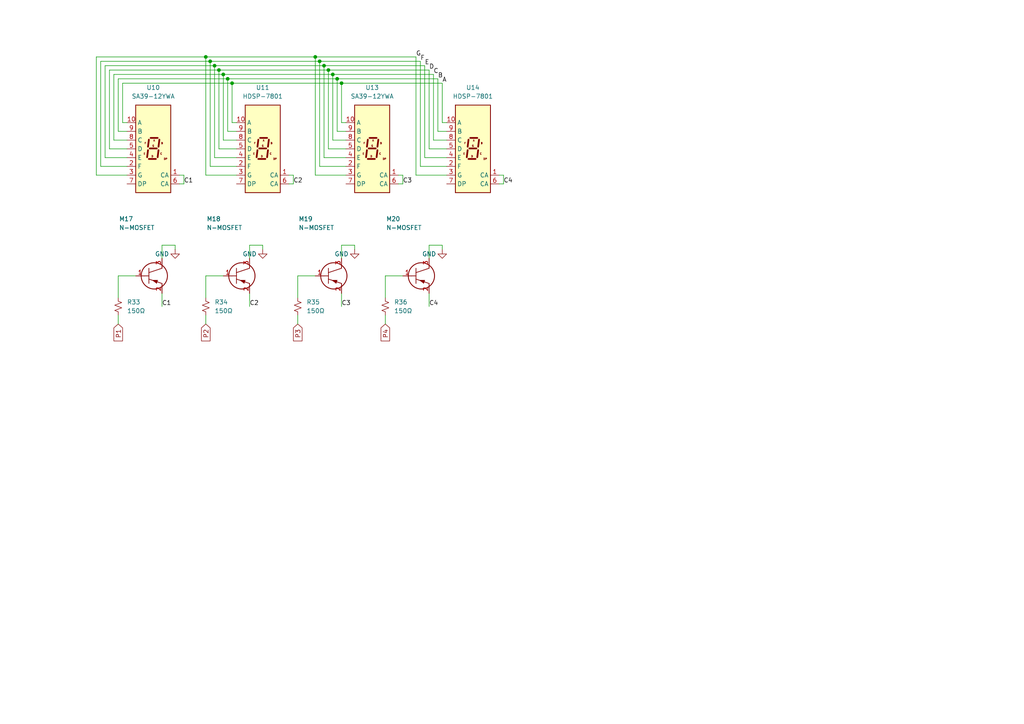
<source format=kicad_sch>
(kicad_sch (version 20231120) (generator "eeschema") (generator_version "8.0")
  (paper "A4")
  (lib_symbols
    (symbol "Device:R_Small_US" (pin_numbers hide) (pin_names (offset 0.254) hide)
      (property "Reference" "R" (at 0.762 0.508 0))
      (property "Value" "R_Small_US" (at 0.762 -1.016 0))
      (symbol "R_Small_US_1_1"
        (polyline (pts (xy 0 0) (xy 1.016 -0.381) (xy 0 -0.762) (xy -1.016 -1.143) (xy 0 -1.524)))
        (polyline (pts (xy 0 1.524) (xy 1.016 1.143) (xy 0 0.762) (xy -1.016 0.381) (xy 0 0)))
        (pin passive line (at 0 2.54 270) (length 1.016) (name "~") (number "1"))
        (pin passive line (at 0 -2.54 90) (length 1.016) (name "~") (number "2"))
      )
    )
    (symbol "Display_Character:HDSP-7801"
      (property "Reference" "U" (at -3.81 13.97 0))
      (property "Value" "HDSP-7801" (at 6.35 13.97 0))
      (symbol "HDSP-7801_1_0"
        (text "A" (at 0.254 2.413 0) (effects (font (size 0.508 0.508))))
        (text "B" (at 2.54 1.651 0) (effects (font (size 0.508 0.508))))
        (text "C" (at 2.286 -1.397 0) (effects (font (size 0.508 0.508))))
        (text "D" (at -0.254 -2.159 0) (effects (font (size 0.508 0.508))))
        (text "DP" (at 3.556 -2.921 0) (effects (font (size 0.508 0.508))))
        (text "E" (at -2.54 -1.397 0) (effects (font (size 0.508 0.508))))
        (text "F" (at -2.286 1.651 0) (effects (font (size 0.508 0.508))))
        (text "G" (at 0 0.889 0) (effects (font (size 0.508 0.508))))
      )
      (symbol "HDSP-7801_1_1"
        (rectangle (start -5.08 12.7) (end 5.08 -12.7) (stroke (width 0.254)) (fill (type background)))
        (polyline (pts (xy -1.524 -0.381) (xy -1.778 -2.413)) (stroke (width 0.508)))
        (polyline (pts (xy -1.27 -2.921) (xy 0.762 -2.921)) (stroke (width 0.508)))
        (polyline (pts (xy -1.27 2.667) (xy -1.524 0.635)) (stroke (width 0.508)))
        (polyline (pts (xy -1.016 0.127) (xy 1.016 0.127)) (stroke (width 0.508)))
        (polyline (pts (xy -0.762 3.175) (xy 1.27 3.175)) (stroke (width 0.508)))
        (polyline (pts (xy 1.524 -0.381) (xy 1.27 -2.413)) (stroke (width 0.508)))
        (polyline (pts (xy 1.778 2.667) (xy 1.524 0.635)) (stroke (width 0.508)))
        (polyline (pts (xy 2.54 -2.921) (xy 2.54 -2.921)) (stroke (width 0.508)))
        (pin input line (at 7.62 -7.62 180) (length 2.54) (name "CA") (number "1"))
        (pin input line (at -7.62 7.62 0) (length 2.54) (name "A") (number "10"))
        (pin input line (at -7.62 -5.08 0) (length 2.54) (name "F") (number "2"))
        (pin input line (at -7.62 -7.62 0) (length 2.54) (name "G") (number "3"))
        (pin input line (at -7.62 -2.54 0) (length 2.54) (name "E") (number "4"))
        (pin input line (at -7.62 0 0) (length 2.54) (name "D") (number "5"))
        (pin input line (at 7.62 -10.16 180) (length 2.54) (name "CA") (number "6"))
        (pin input line (at -7.62 -10.16 0) (length 2.54) (name "DP") (number "7"))
        (pin input line (at -7.62 2.54 0) (length 2.54) (name "C") (number "8"))
        (pin input line (at -7.62 5.08 0) (length 2.54) (name "B") (number "9"))
      )
    )
    (symbol "Display_Character:SA39-12YWA"
      (property "Reference" "U" (at -3.81 13.97 0))
      (property "Value" "SA39-12YWA" (at 6.35 13.97 0))
      (symbol "SA39-12YWA_1_0"
        (text "A" (at 0.254 2.413 0) (effects (font (size 0.508 0.508))))
        (text "B" (at 2.54 1.651 0) (effects (font (size 0.508 0.508))))
        (text "C" (at 2.286 -1.397 0) (effects (font (size 0.508 0.508))))
        (text "D" (at -0.254 -2.159 0) (effects (font (size 0.508 0.508))))
        (text "DP" (at 3.556 -2.921 0) (effects (font (size 0.508 0.508))))
        (text "E" (at -2.54 -1.397 0) (effects (font (size 0.508 0.508))))
        (text "F" (at -2.286 1.651 0) (effects (font (size 0.508 0.508))))
        (text "G" (at 0 0.889 0) (effects (font (size 0.508 0.508))))
      )
      (symbol "SA39-12YWA_1_1"
        (rectangle (start -5.08 12.7) (end 5.08 -12.7) (stroke (width 0.254)) (fill (type background)))
        (polyline (pts (xy -1.524 -0.381) (xy -1.778 -2.413)) (stroke (width 0.508)))
        (polyline (pts (xy -1.27 -2.921) (xy 0.762 -2.921)) (stroke (width 0.508)))
        (polyline (pts (xy -1.27 2.667) (xy -1.524 0.635)) (stroke (width 0.508)))
        (polyline (pts (xy -1.016 0.127) (xy 1.016 0.127)) (stroke (width 0.508)))
        (polyline (pts (xy -0.762 3.175) (xy 1.27 3.175)) (stroke (width 0.508)))
        (polyline (pts (xy 1.524 -0.381) (xy 1.27 -2.413)) (stroke (width 0.508)))
        (polyline (pts (xy 1.778 2.667) (xy 1.524 0.635)) (stroke (width 0.508)))
        (polyline (pts (xy 2.54 -2.921) (xy 2.54 -2.921)) (stroke (width 0.508)))
        (pin input line (at 7.62 -7.62 180) (length 2.54) (name "CA") (number "1"))
        (pin input line (at -7.62 7.62 0) (length 2.54) (name "A") (number "10"))
        (pin input line (at -7.62 -5.08 0) (length 2.54) (name "F") (number "2"))
        (pin input line (at -7.62 -7.62 0) (length 2.54) (name "G") (number "3"))
        (pin input line (at -7.62 -2.54 0) (length 2.54) (name "E") (number "4"))
        (pin input line (at -7.62 0 0) (length 2.54) (name "D") (number "5"))
        (pin input line (at 7.62 -10.16 180) (length 2.54) (name "CA") (number "6"))
        (pin input line (at -7.62 -10.16 0) (length 2.54) (name "DP") (number "7"))
        (pin input line (at -7.62 2.54 0) (length 2.54) (name "C") (number "8"))
        (pin input line (at -7.62 5.08 0) (length 2.54) (name "B") (number "9"))
      )
    )
    (symbol "pn2907a-smt:PMBT2907A_235" (pin_names (offset 0.254))
      (property "Reference" "Q" (at 10.16 2.54 0))
      (property "Value" "PMBT2907A_235" (at 21.336 -5.588 0))
      (symbol "PMBT2907A_235_0_1"
        (polyline (pts (xy 2.54 0) (xy 3.81 0)) (stroke (width 0.2032)))
        (polyline (pts (xy 3.81 -2.2098) (xy 3.81 2.2098)) (stroke (width 0.2032)))
        (polyline (pts (xy 3.81 -0.9398) (xy 7.62 -2.2098)) (stroke (width 0.2032)))
        (polyline (pts (xy 3.81 0.9398) (xy 7.62 2.2098)) (stroke (width 0.2032)))
        (polyline (pts (xy 7.62 -2.54) (xy 7.62 -2.2098)) (stroke (width 0.2032)))
        (polyline (pts (xy 7.62 2.2098) (xy 7.62 2.54)) (stroke (width 0.2032)))
        (polyline (pts (xy 6.0198 -2.2098) (xy 6.35 -1.27) (xy 4.7498 -1.27)) (fill (type outline)))
        (circle (center 5.3848 0) (radius 3.81) (stroke (width 0.254)))
        (pin unspecified line (at 0 0 0) (length 2.54) (name "") (number "1"))
        (pin unspecified line (at 7.62 -5.08 90) (length 2.54) (name "") (number "2"))
        (pin unspecified line (at 7.62 5.08 270) (length 2.54) (name "") (number "3"))
      )
    )
    (symbol "power:GND" (power) (pin_numbers hide) (pin_names (offset 0) hide)
      (property "Value" "GND" (at 0 -3.81 0))
      (symbol "GND_0_1"
        (polyline (pts (xy 0 0) (xy 0 -1.27) (xy 1.27 -1.27) (xy 0 -2.54) (xy -1.27 -1.27) (xy 0 -1.27)))
      )
      (symbol "GND_1_1"
        (pin power_in line (at 0 0 270) (length 0) (name "~") (number "1"))
      )
    )
  )
  (junction (at 63.5 20.32))
  (junction (at 62.23 19.05))
  (junction (at 64.77 21.59))
  (junction (at 92.71 17.78))
  (junction (at 93.98 19.05))
  (junction (at 97.79 22.86))
  (junction (at 99.06 24.13))
  (junction (at 59.69 16.51))
  (junction (at 91.44 16.51))
  (junction (at 66.04 22.86))
  (junction (at 67.31 24.13))
  (junction (at 96.52 21.59))
  (junction (at 95.25 20.32))
  (junction (at 60.96 17.78))
  (wire (pts (xy 68.58 48.26) (xy 60.96 48.26)))
  (wire (pts (xy 72.39 85.09) (xy 72.39 88.9)))
  (wire (pts (xy 52.07 50.8) (xy 53.34 50.8)))
  (wire (pts (xy 64.77 40.64) (xy 64.77 21.59)))
  (wire (pts (xy 100.33 48.26) (xy 92.71 48.26)))
  (wire (pts (xy 59.69 93.98) (xy 59.69 91.44)))
  (wire (pts (xy 99.06 24.13) (xy 128.27 24.13)))
  (wire (pts (xy 95.25 43.18) (xy 95.25 20.32)))
  (wire (pts (xy 102.87 71.12) (xy 99.06 71.12)))
  (wire (pts (xy 29.21 48.26) (xy 29.21 17.78)))
  (wire (pts (xy 35.56 35.56) (xy 35.56 24.13)))
  (wire (pts (xy 85.09 50.8) (xy 85.09 53.34)))
  (wire (pts (xy 30.48 45.72) (xy 30.48 19.05)))
  (wire (pts (xy 34.29 38.1) (xy 34.29 22.86)))
  (wire (pts (xy 116.84 53.34) (xy 115.57 53.34)))
  (wire (pts (xy 111.76 93.98) (xy 111.76 91.44)))
  (wire (pts (xy 33.02 21.59) (xy 64.77 21.59)))
  (wire (pts (xy 50.8 72.39) (xy 50.8 71.12)))
  (wire (pts (xy 86.36 93.98) (xy 86.36 91.44)))
  (wire (pts (xy 68.58 45.72) (xy 62.23 45.72)))
  (wire (pts (xy 30.48 19.05) (xy 62.23 19.05)))
  (wire (pts (xy 68.58 40.64) (xy 64.77 40.64)))
  (wire (pts (xy 123.19 45.72) (xy 129.54 45.72)))
  (wire (pts (xy 36.83 45.72) (xy 30.48 45.72)))
  (wire (pts (xy 34.29 22.86) (xy 66.04 22.86)))
  (wire (pts (xy 115.57 50.8) (xy 116.84 50.8)))
  (wire (pts (xy 91.44 16.51) (xy 120.65 16.51)))
  (wire (pts (xy 63.5 43.18) (xy 63.5 20.32)))
  (wire (pts (xy 35.56 24.13) (xy 67.31 24.13)))
  (wire (pts (xy 100.33 35.56) (xy 99.06 35.56)))
  (wire (pts (xy 72.39 71.12) (xy 76.2 71.12)))
  (wire (pts (xy 120.65 16.51) (xy 120.65 50.8)))
  (wire (pts (xy 27.94 16.51) (xy 59.69 16.51)))
  (wire (pts (xy 124.46 71.12) (xy 124.46 74.93)))
  (wire (pts (xy 36.83 35.56) (xy 35.56 35.56)))
  (wire (pts (xy 39.37 80.01) (xy 34.29 80.01)))
  (wire (pts (xy 50.8 71.12) (xy 46.99 71.12)))
  (wire (pts (xy 99.06 85.09) (xy 99.06 88.9)))
  (wire (pts (xy 83.82 50.8) (xy 85.09 50.8)))
  (wire (pts (xy 128.27 24.13) (xy 128.27 35.56)))
  (wire (pts (xy 93.98 19.05) (xy 93.98 45.72)))
  (wire (pts (xy 93.98 19.05) (xy 123.19 19.05)))
  (wire (pts (xy 97.79 22.86) (xy 127 22.86)))
  (wire (pts (xy 36.83 38.1) (xy 34.29 38.1)))
  (wire (pts (xy 144.78 50.8) (xy 146.05 50.8)))
  (wire (pts (xy 146.05 50.8) (xy 146.05 53.34)))
  (wire (pts (xy 60.96 48.26) (xy 60.96 17.78)))
  (wire (pts (xy 125.73 40.64) (xy 129.54 40.64)))
  (wire (pts (xy 96.52 21.59) (xy 125.73 21.59)))
  (wire (pts (xy 91.44 50.8) (xy 91.44 16.51)))
  (wire (pts (xy 46.99 71.12) (xy 46.99 74.93)))
  (wire (pts (xy 123.19 19.05) (xy 123.19 45.72)))
  (wire (pts (xy 100.33 45.72) (xy 93.98 45.72)))
  (wire (pts (xy 86.36 80.01) (xy 86.36 86.36)))
  (wire (pts (xy 128.27 71.12) (xy 124.46 71.12)))
  (wire (pts (xy 127 22.86) (xy 127 38.1)))
  (wire (pts (xy 33.02 40.64) (xy 33.02 21.59)))
  (wire (pts (xy 116.84 80.01) (xy 111.76 80.01)))
  (wire (pts (xy 46.99 85.09) (xy 46.99 88.9)))
  (wire (pts (xy 124.46 43.18) (xy 129.54 43.18)))
  (wire (pts (xy 62.23 19.05) (xy 62.23 45.72)))
  (wire (pts (xy 76.2 71.12) (xy 76.2 72.39)))
  (wire (pts (xy 36.83 43.18) (xy 31.75 43.18)))
  (wire (pts (xy 102.87 72.39) (xy 102.87 71.12)))
  (wire (pts (xy 67.31 24.13) (xy 67.31 35.56)))
  (wire (pts (xy 66.04 22.86) (xy 66.04 38.1)))
  (wire (pts (xy 64.77 80.01) (xy 59.69 80.01)))
  (wire (pts (xy 36.83 50.8) (xy 27.94 50.8)))
  (wire (pts (xy 85.09 53.34) (xy 83.82 53.34)))
  (wire (pts (xy 68.58 50.8) (xy 59.69 50.8)))
  (wire (pts (xy 62.23 19.05) (xy 93.98 19.05)))
  (wire (pts (xy 68.58 38.1) (xy 66.04 38.1)))
  (wire (pts (xy 121.92 48.26) (xy 129.54 48.26)))
  (wire (pts (xy 64.77 21.59) (xy 96.52 21.59)))
  (wire (pts (xy 97.79 22.86) (xy 97.79 38.1)))
  (wire (pts (xy 36.83 48.26) (xy 29.21 48.26)))
  (wire (pts (xy 100.33 50.8) (xy 91.44 50.8)))
  (wire (pts (xy 31.75 20.32) (xy 63.5 20.32)))
  (wire (pts (xy 68.58 43.18) (xy 63.5 43.18)))
  (wire (pts (xy 100.33 43.18) (xy 95.25 43.18)))
  (wire (pts (xy 59.69 80.01) (xy 59.69 86.36)))
  (wire (pts (xy 66.04 22.86) (xy 97.79 22.86)))
  (wire (pts (xy 121.92 17.78) (xy 121.92 48.26)))
  (wire (pts (xy 29.21 17.78) (xy 60.96 17.78)))
  (wire (pts (xy 100.33 40.64) (xy 96.52 40.64)))
  (wire (pts (xy 59.69 16.51) (xy 91.44 16.51)))
  (wire (pts (xy 95.25 20.32) (xy 124.46 20.32)))
  (wire (pts (xy 92.71 48.26) (xy 92.71 17.78)))
  (wire (pts (xy 120.65 50.8) (xy 129.54 50.8)))
  (wire (pts (xy 31.75 43.18) (xy 31.75 20.32)))
  (wire (pts (xy 91.44 80.01) (xy 86.36 80.01)))
  (wire (pts (xy 127 38.1) (xy 129.54 38.1)))
  (wire (pts (xy 36.83 40.64) (xy 33.02 40.64)))
  (wire (pts (xy 68.58 35.56) (xy 67.31 35.56)))
  (wire (pts (xy 34.29 80.01) (xy 34.29 86.36)))
  (wire (pts (xy 53.34 50.8) (xy 53.34 53.34)))
  (wire (pts (xy 53.34 53.34) (xy 52.07 53.34)))
  (wire (pts (xy 124.46 85.09) (xy 124.46 88.9)))
  (wire (pts (xy 96.52 40.64) (xy 96.52 21.59)))
  (wire (pts (xy 116.84 50.8) (xy 116.84 53.34)))
  (wire (pts (xy 67.31 24.13) (xy 99.06 24.13)))
  (wire (pts (xy 124.46 20.32) (xy 124.46 43.18)))
  (wire (pts (xy 146.05 53.34) (xy 144.78 53.34)))
  (wire (pts (xy 72.39 74.93) (xy 72.39 71.12)))
  (wire (pts (xy 128.27 35.56) (xy 129.54 35.56)))
  (wire (pts (xy 27.94 50.8) (xy 27.94 16.51)))
  (wire (pts (xy 63.5 20.32) (xy 95.25 20.32)))
  (wire (pts (xy 34.29 93.98) (xy 34.29 91.44)))
  (wire (pts (xy 59.69 50.8) (xy 59.69 16.51)))
  (wire (pts (xy 100.33 38.1) (xy 97.79 38.1)))
  (wire (pts (xy 99.06 71.12) (xy 99.06 74.93)))
  (wire (pts (xy 128.27 72.39) (xy 128.27 71.12)))
  (wire (pts (xy 111.76 80.01) (xy 111.76 86.36)))
  (wire (pts (xy 99.06 24.13) (xy 99.06 35.56)))
  (wire (pts (xy 60.96 17.78) (xy 92.71 17.78)))
  (wire (pts (xy 92.71 17.78) (xy 121.92 17.78)))
  (wire (pts (xy 125.73 21.59) (xy 125.73 40.64)))
  (label "B" (at 127 22.86 0))
  (label "C3" (at 116.84 53.34 0))
  (label "D" (at 124.46 20.32 0))
  (label "F" (at 121.92 17.78 0))
  (label "C2" (at 72.39 88.9 0))
  (label "A" (at 128.27 24.13 0))
  (label "C1" (at 46.99 88.9 0))
  (label "G" (at 120.65 16.51 0))
  (label "C4" (at 146.05 53.34 0))
  (label "C3" (at 99.06 88.9 0))
  (label "E" (at 123.19 19.05 0))
  (label "C4" (at 124.46 88.9 0))
  (label "C2" (at 85.09 53.34 0))
  (label "C1" (at 53.34 53.34 0))
  (label "C" (at 125.73 21.59 0))
  (global_label "P4" (shape input) (at 111.76 93.98 270) (property "Intersheetrefs" "${INTERSHEET_REFS}" (effects (hide yes))))
  (global_label "P3" (shape input) (at 86.36 93.98 270) (property "Intersheetrefs" "${INTERSHEET_REFS}" (effects (hide yes))))
  (global_label "P2" (shape input) (at 59.69 93.98 270) (property "Intersheetrefs" "${INTERSHEET_REFS}" (effects (hide yes))))
  (global_label "P1" (shape input) (at 34.29 93.98 270) (property "Intersheetrefs" "${INTERSHEET_REFS}" (effects (hide yes))))
  (symbol (lib_id "Device:R_Small_US") (at 86.36 88.9 0) (unit 1)
    (property "Reference" "R35" (at 88.9 87.6299 0) (effects (justify left)))
    (property "Value" "150Ω" (at 88.9 90.1699 0) (effects (justify left)))
    (property "Description" "Resistor, small US symbol" (effects (hide yes)))
  )
  (symbol (lib_id "Display_Character:HDSP-7801") (at 137.16 43.18 0) (unit 1)
    (property "Reference" "U14" (at 137.16 25.4 0))
    (property "Value" "HDSP-7801" (at 137.16 27.94 0))
    (property "Footprint" "Display_7Segment:HDSP-7801" (effects (hide yes)))
    (property "Datasheet" "https://docs.broadcom.com/docs/AV02-2553EN" (effects (hide yes)))
    (property "Description" "One digit 7 segment green, common anode" (effects (hide yes)))
  )
  (symbol (lib_id "pn2907a-smt:PMBT2907A_235") (at 116.84 80.01 0) (unit 1)
    (property "Reference" "M20" (at 112.014 63.5 0) (effects (justify left)))
    (property "Value" "N-MOSFET" (at 112.014 66.04 0) (effects (justify left)))
    (property "Footprint" "TO-236AB_SOT23_NEX" (effects (hide yes)))
    (property "Datasheet" "PMBT2907A_235" (effects (hide yes)))
    (property "Description" "General Purpose PNP Transistors" (effects (hide yes)))
  )
  (symbol (lib_id "pn2907a-smt:PMBT2907A_235") (at 64.77 80.01 0) (unit 1)
    (property "Reference" "M18" (at 59.944 63.5 0) (effects (justify left)))
    (property "Value" "N-MOSFET" (at 59.944 66.04 0) (effects (justify left)))
    (property "Footprint" "TO-236AB_SOT23_NEX" (effects (hide yes)))
    (property "Datasheet" "PMBT2907A_235" (effects (hide yes)))
    (property "Description" "General Purpose PNP Transistors" (effects (hide yes)))
  )
  (symbol (lib_id "Display_Character:SA39-12YWA") (at 44.45 43.18 0) (unit 1)
    (property "Reference" "U10" (at 44.45 25.4 0))
    (property "Value" "SA39-12YWA" (at 44.45 27.94 0))
    (property "Footprint" "Display_7Segment:Sx39-1xxxxx" (effects (hide yes)))
    (property "Datasheet" "http://www.kingbrightusa.com/images/catalog/SPEC/sa39-12ywa.pdf" (effects (hide yes)))
    (property "Description" "Single digit 7 segment display, yellow, common anode" (effects (hide yes)))
  )
  (symbol (lib_id "pn2907a-smt:PMBT2907A_235") (at 91.44 80.01 0) (unit 1)
    (property "Reference" "M19" (at 86.614 63.5 0) (effects (justify left)))
    (property "Value" "N-MOSFET" (at 86.614 66.04 0) (effects (justify left)))
    (property "Footprint" "TO-236AB_SOT23_NEX" (effects (hide yes)))
    (property "Datasheet" "PMBT2907A_235" (effects (hide yes)))
    (property "Description" "General Purpose PNP Transistors" (effects (hide yes)))
  )
  (symbol (lib_id "Device:R_Small_US") (at 34.29 88.9 0) (unit 1)
    (property "Reference" "R33" (at 36.83 87.6299 0) (effects (justify left)))
    (property "Value" "150Ω" (at 36.83 90.1699 0) (effects (justify left)))
    (property "Description" "Resistor, small US symbol" (effects (hide yes)))
  )
  (symbol (lib_id "pn2907a-smt:PMBT2907A_235") (at 39.37 80.01 0) (unit 1)
    (property "Reference" "M17" (at 34.544 63.5 0) (effects (justify left)))
    (property "Value" "N-MOSFET" (at 34.544 66.04 0) (effects (justify left)))
    (property "Footprint" "TO-236AB_SOT23_NEX" (effects (hide yes)))
    (property "Datasheet" "PMBT2907A_235" (effects (hide yes)))
    (property "Description" "General Purpose PNP Transistors" (effects (hide yes)))
  )
  (symbol (lib_id "power:GND") (at 102.87 72.39 0) (unit 1)
    (property "Reference" "#PWR035" (effects (hide yes)))
    (property "Value" "GND" (at 99.06 73.66 0))
    (property "Description" "Power symbol creates a global label with name \"GND\" , ground" (effects (hide yes)))
  )
  (symbol (lib_id "power:GND") (at 128.27 72.39 0) (unit 1)
    (property "Reference" "#PWR036" (effects (hide yes)))
    (property "Value" "GND" (at 124.46 73.66 0))
    (property "Description" "Power symbol creates a global label with name \"GND\" , ground" (effects (hide yes)))
  )
  (symbol (lib_id "Display_Character:HDSP-7801") (at 76.2 43.18 0) (unit 1)
    (property "Reference" "U11" (at 76.2 25.4 0))
    (property "Value" "HDSP-7801" (at 76.2 27.94 0))
    (property "Footprint" "Display_7Segment:HDSP-7801" (effects (hide yes)))
    (property "Datasheet" "https://docs.broadcom.com/docs/AV02-2553EN" (effects (hide yes)))
    (property "Description" "One digit 7 segment green, common anode" (effects (hide yes)))
  )
  (symbol (lib_id "Display_Character:SA39-12YWA") (at 107.95 43.18 0) (unit 1)
    (property "Reference" "U13" (at 107.95 25.4 0))
    (property "Value" "SA39-12YWA" (at 107.95 27.94 0))
    (property "Footprint" "Display_7Segment:Sx39-1xxxxx" (effects (hide yes)))
    (property "Datasheet" "http://www.kingbrightusa.com/images/catalog/SPEC/sa39-12ywa.pdf" (effects (hide yes)))
    (property "Description" "Single digit 7 segment display, yellow, common anode" (effects (hide yes)))
  )
  (symbol (lib_id "Device:R_Small_US") (at 59.69 88.9 0) (unit 1)
    (property "Reference" "R34" (at 62.23 87.6299 0) (effects (justify left)))
    (property "Value" "150Ω" (at 62.23 90.1699 0) (effects (justify left)))
    (property "Description" "Resistor, small US symbol" (effects (hide yes)))
  )
  (symbol (lib_id "Device:R_Small_US") (at 111.76 88.9 0) (unit 1)
    (property "Reference" "R36" (at 114.3 87.6299 0) (effects (justify left)))
    (property "Value" "150Ω" (at 114.3 90.1699 0) (effects (justify left)))
    (property "Description" "Resistor, small US symbol" (effects (hide yes)))
  )
  (symbol (lib_id "power:GND") (at 76.2 72.39 0) (unit 1)
    (property "Reference" "#PWR034" (effects (hide yes)))
    (property "Value" "GND" (at 72.39 73.66 0))
    (property "Description" "Power symbol creates a global label with name \"GND\" , ground" (effects (hide yes)))
  )
  (symbol (lib_id "power:GND") (at 50.8 72.39 0) (unit 1)
    (property "Reference" "#PWR033" (effects (hide yes)))
    (property "Value" "GND" (at 46.99 73.66 0))
    (property "Description" "Power symbol creates a global label with name \"GND\" , ground" (effects (hide yes)))
  )
)
</source>
